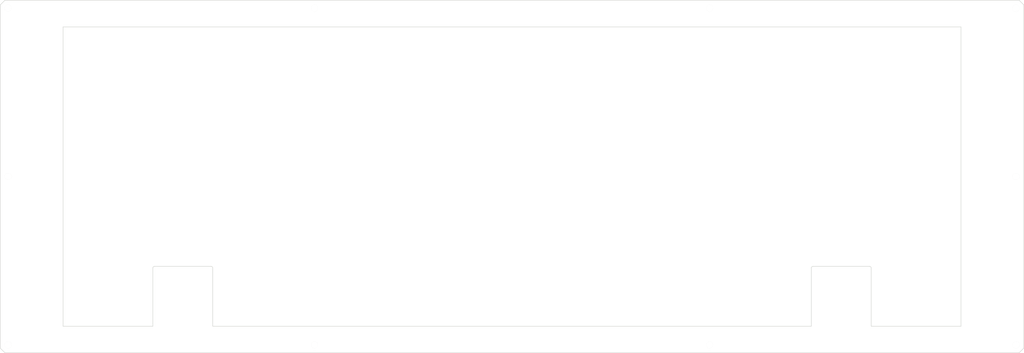
<source format=kicad_pcb>
(kicad_pcb (version 20171130) (host pcbnew "(5.1.10)-1")

  (general
    (thickness 1.6)
    (drawings 24)
    (tracks 0)
    (zones 0)
    (modules 10)
    (nets 1)
  )

  (page A4)
  (layers
    (0 F.Cu signal)
    (31 B.Cu signal)
    (32 B.Adhes user)
    (33 F.Adhes user)
    (34 B.Paste user)
    (35 F.Paste user)
    (36 B.SilkS user)
    (37 F.SilkS user)
    (38 B.Mask user)
    (39 F.Mask user)
    (40 Dwgs.User user)
    (41 Cmts.User user)
    (42 Eco1.User user)
    (43 Eco2.User user)
    (44 Edge.Cuts user)
    (45 Margin user)
    (46 B.CrtYd user)
    (47 F.CrtYd user)
    (48 B.Fab user)
    (49 F.Fab user)
  )

  (setup
    (last_trace_width 0.25)
    (user_trace_width 0.5)
    (user_trace_width 0.5)
    (user_trace_width 0.5)
    (user_trace_width 0.5)
    (trace_clearance 0.2)
    (zone_clearance 0.508)
    (zone_45_only no)
    (trace_min 0)
    (via_size 0.8)
    (via_drill 0.4)
    (via_min_size 0.4)
    (via_min_drill 0.3)
    (uvia_size 0.3)
    (uvia_drill 0.1)
    (uvias_allowed no)
    (uvia_min_size 0.2)
    (uvia_min_drill 0.1)
    (edge_width 0.1)
    (segment_width 0.2)
    (pcb_text_width 0.3)
    (pcb_text_size 1.5 1.5)
    (mod_edge_width 0.15)
    (mod_text_size 1 1)
    (mod_text_width 0.15)
    (pad_size 1.524 1.524)
    (pad_drill 0)
    (pad_to_mask_clearance 0)
    (aux_axis_origin 0 0)
    (grid_origin 47.625 47.625)
    (visible_elements 7FFFFFFF)
    (pcbplotparams
      (layerselection 0x01000_7ffffffe)
      (usegerberextensions true)
      (usegerberattributes false)
      (usegerberadvancedattributes false)
      (creategerberjobfile false)
      (excludeedgelayer true)
      (linewidth 0.100000)
      (plotframeref false)
      (viasonmask false)
      (mode 1)
      (useauxorigin false)
      (hpglpennumber 1)
      (hpglpenspeed 20)
      (hpglpendiameter 15.000000)
      (psnegative false)
      (psa4output false)
      (plotreference true)
      (plotvalue true)
      (plotinvisibletext false)
      (padsonsilk false)
      (subtractmaskfromsilk false)
      (outputformat 4)
      (mirror false)
      (drillshape 0)
      (scaleselection 1)
      (outputdirectory "../../../../../../../Desktop/"))
  )

  (net 0 "")

  (net_class Default "これはデフォルトのネット クラスです。"
    (clearance 0.2)
    (trace_width 0.25)
    (via_dia 0.8)
    (via_drill 0.4)
    (uvia_dia 0.3)
    (uvia_drill 0.1)
  )

  (module kbd_Hole:m2_Screw_Hole_EdgeCuts (layer F.Cu) (tedit 5DA73E67) (tstamp 60A2FDC4)
    (at 331.825 120.25)
    (descr "Mounting Hole 2.2mm, no annular, M2")
    (tags "mounting hole 2.2mm no annular m2")
    (path /629E70FB)
    (attr virtual)
    (fp_text reference J17 (at 0 -3.2) (layer F.Fab) hide
      (effects (font (size 1 1) (thickness 0.15)))
    )
    (fp_text value Conn_01x01 (at 0 3.2) (layer F.Fab) hide
      (effects (font (size 1 1) (thickness 0.15)))
    )
    (fp_circle (center 0 0) (end 1.1 0) (layer Edge.Cuts) (width 0.01))
    (fp_text user %R (at 0.3 0) (layer F.Fab) hide
      (effects (font (size 1 1) (thickness 0.15)))
    )
  )

  (module kbd_Hole:m2_Screw_Hole_EdgeCuts (layer F.Cu) (tedit 5DA73E67) (tstamp 60A2FDBE)
    (at 331.825 66.65)
    (descr "Mounting Hole 2.2mm, no annular, M2")
    (tags "mounting hole 2.2mm no annular m2")
    (path /629E70E7)
    (attr virtual)
    (fp_text reference J16 (at 0 -3.2) (layer F.Fab) hide
      (effects (font (size 1 1) (thickness 0.15)))
    )
    (fp_text value Conn_01x01 (at 0 3.2) (layer F.Fab) hide
      (effects (font (size 1 1) (thickness 0.15)))
    )
    (fp_circle (center 0 0) (end 1.1 0) (layer Edge.Cuts) (width 0.01))
    (fp_text user %R (at 0.3 0) (layer F.Fab) hide
      (effects (font (size 1 1) (thickness 0.15)))
    )
  )

  (module kbd_Hole:m2_Screw_Hole_EdgeCuts (layer F.Cu) (tedit 5DA73E67) (tstamp 60A2FDB8)
    (at 331.825 13.05)
    (descr "Mounting Hole 2.2mm, no annular, M2")
    (tags "mounting hole 2.2mm no annular m2")
    (path /5CC9EE7D)
    (attr virtual)
    (fp_text reference J15 (at 0 -3.2) (layer F.Fab) hide
      (effects (font (size 1 1) (thickness 0.15)))
    )
    (fp_text value Conn_01x01 (at 0 3.2) (layer F.Fab) hide
      (effects (font (size 1 1) (thickness 0.15)))
    )
    (fp_circle (center 0 0) (end 1.1 0) (layer Edge.Cuts) (width 0.01))
    (fp_text user %R (at 0.3 0) (layer F.Fab) hide
      (effects (font (size 1 1) (thickness 0.15)))
    )
  )

  (module kbd_Hole:m2_Screw_Hole_EdgeCuts (layer F.Cu) (tedit 5DA73E67) (tstamp 60A2FDB2)
    (at 234.325 120.25)
    (descr "Mounting Hole 2.2mm, no annular, M2")
    (tags "mounting hole 2.2mm no annular m2")
    (path /5CC48CD6)
    (attr virtual)
    (fp_text reference J14 (at 0 -3.2) (layer F.Fab) hide
      (effects (font (size 1 1) (thickness 0.15)))
    )
    (fp_text value Conn_01x01 (at 0 3.2) (layer F.Fab) hide
      (effects (font (size 1 1) (thickness 0.15)))
    )
    (fp_circle (center 0 0) (end 1.1 0) (layer Edge.Cuts) (width 0.01))
    (fp_text user %R (at 0.3 0) (layer F.Fab) hide
      (effects (font (size 1 1) (thickness 0.15)))
    )
  )

  (module kbd_Hole:m2_Screw_Hole_EdgeCuts (layer F.Cu) (tedit 5DA73E67) (tstamp 60A2FDAC)
    (at 108.575 120.25)
    (descr "Mounting Hole 2.2mm, no annular, M2")
    (tags "mounting hole 2.2mm no annular m2")
    (path /629102FD)
    (attr virtual)
    (fp_text reference J13 (at 0 -3.2) (layer F.Fab) hide
      (effects (font (size 1 1) (thickness 0.15)))
    )
    (fp_text value Conn_01x01 (at 0 3.2) (layer F.Fab) hide
      (effects (font (size 1 1) (thickness 0.15)))
    )
    (fp_circle (center 0 0) (end 1.1 0) (layer Edge.Cuts) (width 0.01))
    (fp_text user %R (at 0.3 0) (layer F.Fab) hide
      (effects (font (size 1 1) (thickness 0.15)))
    )
  )

  (module kbd_Hole:m2_Screw_Hole_EdgeCuts (layer F.Cu) (tedit 5DA73E67) (tstamp 60A2FDA6)
    (at 234.325 13.05)
    (descr "Mounting Hole 2.2mm, no annular, M2")
    (tags "mounting hole 2.2mm no annular m2")
    (path /629102E9)
    (attr virtual)
    (fp_text reference J12 (at 0 -3.2) (layer F.Fab) hide
      (effects (font (size 1 1) (thickness 0.15)))
    )
    (fp_text value Conn_01x01 (at 0 3.2) (layer F.Fab) hide
      (effects (font (size 1 1) (thickness 0.15)))
    )
    (fp_circle (center 0 0) (end 1.1 0) (layer Edge.Cuts) (width 0.01))
    (fp_text user %R (at 0.3 0) (layer F.Fab) hide
      (effects (font (size 1 1) (thickness 0.15)))
    )
  )

  (module kbd_Hole:m2_Screw_Hole_EdgeCuts (layer F.Cu) (tedit 5DA73E67) (tstamp 60A2FDA0)
    (at 108.575 13.05)
    (descr "Mounting Hole 2.2mm, no annular, M2")
    (tags "mounting hole 2.2mm no annular m2")
    (path /64540392)
    (attr virtual)
    (fp_text reference J11 (at 0 -3.2) (layer F.Fab) hide
      (effects (font (size 1 1) (thickness 0.15)))
    )
    (fp_text value Conn_01x01 (at 0 3.2) (layer F.Fab) hide
      (effects (font (size 1 1) (thickness 0.15)))
    )
    (fp_circle (center 0 0) (end 1.1 0) (layer Edge.Cuts) (width 0.01))
    (fp_text user %R (at 0.3 0) (layer F.Fab) hide
      (effects (font (size 1 1) (thickness 0.15)))
    )
  )

  (module kbd_Hole:m2_Screw_Hole_EdgeCuts (layer F.Cu) (tedit 5DA73E67) (tstamp 60A2FD9A)
    (at 11.075 120.25)
    (descr "Mounting Hole 2.2mm, no annular, M2")
    (tags "mounting hole 2.2mm no annular m2")
    (path /6454037E)
    (attr virtual)
    (fp_text reference J10 (at 0 -3.2) (layer F.Fab) hide
      (effects (font (size 1 1) (thickness 0.15)))
    )
    (fp_text value Conn_01x01 (at 0 3.2) (layer F.Fab) hide
      (effects (font (size 1 1) (thickness 0.15)))
    )
    (fp_circle (center 0 0) (end 1.1 0) (layer Edge.Cuts) (width 0.01))
    (fp_text user %R (at 0.3 0) (layer F.Fab) hide
      (effects (font (size 1 1) (thickness 0.15)))
    )
  )

  (module kbd_Hole:m2_Screw_Hole_EdgeCuts (layer F.Cu) (tedit 5DA73E67) (tstamp 60A2FD94)
    (at 11.075 66.65)
    (descr "Mounting Hole 2.2mm, no annular, M2")
    (tags "mounting hole 2.2mm no annular m2")
    (path /629E7105)
    (attr virtual)
    (fp_text reference J9 (at 0 -3.2) (layer F.Fab) hide
      (effects (font (size 1 1) (thickness 0.15)))
    )
    (fp_text value Conn_01x01 (at 0 3.2) (layer F.Fab) hide
      (effects (font (size 1 1) (thickness 0.15)))
    )
    (fp_circle (center 0 0) (end 1.1 0) (layer Edge.Cuts) (width 0.01))
    (fp_text user %R (at 0.3 0) (layer F.Fab) hide
      (effects (font (size 1 1) (thickness 0.15)))
    )
  )

  (module kbd_Hole:m2_Screw_Hole_EdgeCuts (layer F.Cu) (tedit 5DA73E67) (tstamp 60A2FD8E)
    (at 11.075 13.05)
    (descr "Mounting Hole 2.2mm, no annular, M2")
    (tags "mounting hole 2.2mm no annular m2")
    (path /629E70F1)
    (attr virtual)
    (fp_text reference J8 (at 0 -3.2) (layer F.Fab) hide
      (effects (font (size 1 1) (thickness 0.15)))
    )
    (fp_text value Conn_01x01 (at 0 3.2) (layer F.Fab) hide
      (effects (font (size 1 1) (thickness 0.15)))
    )
    (fp_circle (center 0 0) (end 1.1 0) (layer Edge.Cuts) (width 0.01))
    (fp_text user %R (at 0.3 0) (layer F.Fab) hide
      (effects (font (size 1 1) (thickness 0.15)))
    )
  )

  (gr_arc (start 267.2 95.75) (end 267.2 95.25) (angle -90) (layer Edge.Cuts) (width 0.15) (tstamp 61E1A0DF))
  (gr_arc (start 285.25 95.75) (end 285.75 95.75) (angle -90) (layer Edge.Cuts) (width 0.15) (tstamp 61E1A0DE))
  (gr_arc (start 57.65 95.75) (end 57.65 95.25) (angle -90) (layer Edge.Cuts) (width 0.15) (tstamp 61E1A0C8))
  (gr_arc (start 75.7 95.75) (end 76.2 95.75) (angle -90) (layer Edge.Cuts) (width 0.15))
  (gr_line (start 266.7 114.3) (end 76.2 114.3) (layer Edge.Cuts) (width 0.15) (tstamp 61E1A064))
  (gr_line (start 314.325 114.3) (end 285.75 114.3) (layer Edge.Cuts) (width 0.15) (tstamp 61E1A062))
  (gr_line (start 76.2 95.75) (end 76.2 114.3) (layer Edge.Cuts) (width 0.15))
  (gr_line (start 57.65 95.25) (end 75.7 95.25) (layer Edge.Cuts) (width 0.15))
  (gr_line (start 57.15 95.75) (end 57.15 114.3) (layer Edge.Cuts) (width 0.15))
  (gr_line (start 266.7 95.75) (end 266.7 114.3) (layer Edge.Cuts) (width 0.15))
  (gr_line (start 285.25 95.25) (end 267.2 95.25) (layer Edge.Cuts) (width 0.15))
  (gr_line (start 285.75 95.75) (end 285.75 114.3) (layer Edge.Cuts) (width 0.15))
  (gr_line (start 28.575 19.05) (end 314.325 19.05) (layer Edge.Cuts) (width 0.15))
  (gr_line (start 28.575 114.3) (end 28.575 19.05) (layer Edge.Cuts) (width 0.15))
  (gr_line (start 57.15 114.3) (end 28.575 114.3) (layer Edge.Cuts) (width 0.15))
  (gr_line (start 314.325 19.05) (end 314.325 114.3) (layer Edge.Cuts) (width 0.15))
  (gr_line (start 10.075 122.75) (end 8.575 121.25) (layer Edge.Cuts) (width 0.15) (tstamp 60883451))
  (gr_line (start 334.325 12.05) (end 332.825 10.55) (layer Edge.Cuts) (width 0.15) (tstamp 60883444))
  (gr_line (start 8.575 12.05) (end 10.075 10.55) (layer Edge.Cuts) (width 0.15) (tstamp 60883437))
  (gr_line (start 332.825 122.75) (end 334.325 121.25) (layer Edge.Cuts) (width 0.15))
  (gr_line (start 10.075 122.75) (end 332.825 122.75) (layer Edge.Cuts) (width 0.15))
  (gr_line (start 8.575 12.05) (end 8.575 121.25) (layer Edge.Cuts) (width 0.15))
  (gr_line (start 332.825 10.55) (end 10.075 10.55) (layer Edge.Cuts) (width 0.15))
  (gr_line (start 334.325 121.25) (end 334.325 12.05) (layer Edge.Cuts) (width 0.15))

)

</source>
